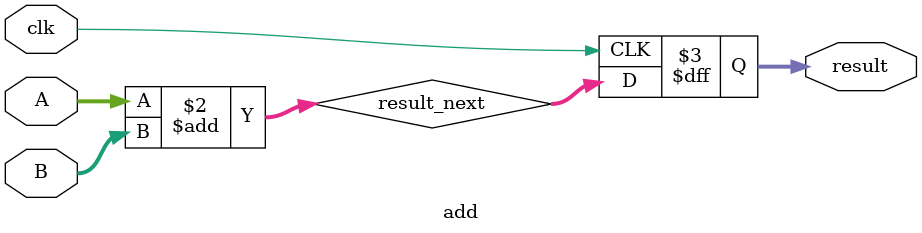
<source format=sv>
`timescale 1ns / 1ps

/*(* use_dsp = "yes" *) */module add #(parameter NBITS = 8,
                       NBITS_RESULT = 32)(

    input logic clk, //enable,
    input logic [NBITS-1:0] A,
    input logic [NBITS-1:0] B,
    
    output logic [NBITS_RESULT-1:0] result 
    );
    
    logic [NBITS_RESULT-1:0] result_next ;
      
    always_ff @(posedge clk) begin
        //if(enable)
            result <= result_next;
    end

    assign result_next = A + B;
    
endmodule


</source>
